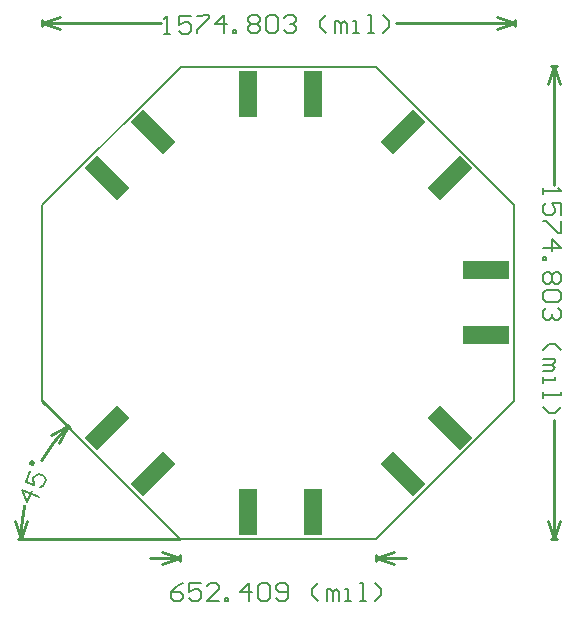
<source format=gbp>
G04 Layer_Color=128*
%FSLAX44Y44*%
%MOMM*%
G71*
G01*
G75*
G04:AMPARAMS|DCode=13|XSize=3.95mm|YSize=1.5mm|CornerRadius=0mm|HoleSize=0mm|Usage=FLASHONLY|Rotation=315.000|XOffset=0mm|YOffset=0mm|HoleType=Round|Shape=Rectangle|*
%AMROTATEDRECTD13*
4,1,4,-1.9269,0.8662,-0.8662,1.9269,1.9269,-0.8662,0.8662,-1.9269,-1.9269,0.8662,0.0*
%
%ADD13ROTATEDRECTD13*%

%ADD15R,1.5000X3.9500*%
G04:AMPARAMS|DCode=17|XSize=3.95mm|YSize=1.5mm|CornerRadius=0mm|HoleSize=0mm|Usage=FLASHONLY|Rotation=225.000|XOffset=0mm|YOffset=0mm|HoleType=Round|Shape=Rectangle|*
%AMROTATEDRECTD17*
4,1,4,0.8662,1.9269,1.9269,0.8662,-0.8662,-1.9269,-1.9269,-0.8662,0.8662,1.9269,0.0*
%
%ADD17ROTATEDRECTD17*%

%ADD22R,3.9500X1.5000*%
%ADD28C,0.2540*%
%ADD29C,0.1270*%
%ADD30C,0.1524*%
D13*
X1254940Y905780D02*
D03*
X1294114Y944954D02*
D03*
X1545155Y694166D02*
D03*
X1505982Y654993D02*
D03*
D15*
X1374380Y977114D02*
D03*
X1429780D02*
D03*
Y622578D02*
D03*
X1374380D02*
D03*
D17*
X1505982Y944954D02*
D03*
X1545155Y905780D02*
D03*
X1294368Y654738D02*
D03*
X1255194Y693912D02*
D03*
D22*
X1576300Y827700D02*
D03*
Y772300D02*
D03*
D28*
X1185307Y627934D02*
G03*
X1182381Y599940I131885J-27934D01*
G01*
X1221866Y695326D02*
G03*
X1199881Y666424I95326J-95326D01*
G01*
X1179841Y599939D02*
X1317192Y600000D01*
X1200000Y717192D02*
X1223662Y693530D01*
X1182381Y599940D02*
X1187454Y615182D01*
X1177294Y615177D02*
X1182381Y599940D01*
X1207498Y688142D02*
X1221866Y695326D01*
X1214682Y680957D02*
X1221866Y695326D01*
X1600267Y1039726D02*
X1600269Y1034646D01*
X1200267Y1039582D02*
X1200269Y1034502D01*
X1585030Y1032101D02*
X1600268Y1037186D01*
X1585026Y1042261D02*
X1600268Y1037186D01*
X1200268Y1037042D02*
X1215510Y1031968D01*
X1200268Y1037042D02*
X1215506Y1042128D01*
X1499551Y1037150D02*
X1600268Y1037186D01*
X1200268Y1037042D02*
X1300985Y1037079D01*
X1482829Y581152D02*
Y586232D01*
X1317117Y581152D02*
Y586232D01*
X1482829Y583692D02*
X1498069Y578612D01*
X1482829Y583692D02*
X1498069Y588772D01*
X1301877Y578612D02*
X1317117Y583692D01*
X1301877Y588772D02*
X1317117Y583692D01*
X1482829D02*
X1508229D01*
X1291717D02*
X1317117D01*
X1630940Y600125D02*
X1636020Y600125D01*
X1630934Y1000125D02*
X1636014Y1000125D01*
X1628400Y615365D02*
X1633480Y600125D01*
X1638560Y615365D01*
X1628394Y984885D02*
X1633474Y1000125D01*
X1638554Y984885D01*
X1633479Y700842D02*
X1633480Y600125D01*
X1633474Y1000125D02*
X1633475Y899408D01*
D29*
X1200000Y717192D02*
Y882754D01*
X1317246Y1000000D01*
X1482898D01*
X1600000Y882898D01*
Y717096D02*
Y882898D01*
X1482904Y600000D02*
X1600000Y717096D01*
X1317192Y600000D02*
X1482904D01*
X1200000Y717192D02*
X1317192Y600000D01*
D30*
X1197300Y635613D02*
X1183223Y641440D01*
X1187348Y631488D01*
X1191232Y640872D01*
X1190021Y657863D02*
X1186136Y648478D01*
X1193175Y645565D01*
X1192771Y651228D01*
X1193742Y653574D01*
X1197059Y654949D01*
X1201752Y653007D01*
X1203127Y649689D01*
X1201184Y644997D01*
X1197867Y643622D01*
X1191959Y662557D02*
X1189613Y663528D01*
X1190584Y665874D01*
X1192930Y664903D01*
X1191959Y662557D01*
X1303528Y1027938D02*
X1308606Y1027940D01*
X1306067Y1027939D01*
X1306062Y1043174D01*
X1303523Y1040634D01*
X1326375Y1043181D02*
X1316218Y1043178D01*
X1316221Y1035560D01*
X1321299Y1038101D01*
X1323838Y1038102D01*
X1326378Y1035564D01*
X1326380Y1030485D01*
X1323841Y1027945D01*
X1318763Y1027943D01*
X1316223Y1030482D01*
X1331454Y1043183D02*
X1341610Y1043187D01*
X1341611Y1040648D01*
X1331458Y1030487D01*
X1331459Y1027948D01*
X1354312Y1027956D02*
X1354306Y1043191D01*
X1346691Y1035571D01*
X1356848Y1035575D01*
X1361929Y1027959D02*
X1361928Y1030498D01*
X1364467Y1030499D01*
X1364468Y1027960D01*
X1361929Y1027959D01*
X1374620Y1040659D02*
X1377159Y1043200D01*
X1382237Y1043201D01*
X1384777Y1040663D01*
X1384778Y1038124D01*
X1382240Y1035584D01*
X1384780Y1033046D01*
X1384781Y1030506D01*
X1382242Y1027966D01*
X1377164Y1027964D01*
X1374624Y1030503D01*
X1374623Y1033042D01*
X1377161Y1035582D01*
X1374621Y1038120D01*
X1374620Y1040659D01*
X1377161Y1035582D02*
X1382240Y1035584D01*
X1389855Y1040665D02*
X1392394Y1043205D01*
X1397472Y1043207D01*
X1400012Y1040669D01*
X1400016Y1030512D01*
X1397478Y1027972D01*
X1392399Y1027970D01*
X1389859Y1030508D01*
X1389855Y1040665D01*
X1405091Y1040670D02*
X1407629Y1043211D01*
X1412707Y1043212D01*
X1415247Y1040674D01*
X1415248Y1038135D01*
X1412710Y1035595D01*
X1410171Y1035594D01*
X1412710Y1035595D01*
X1415250Y1033057D01*
X1415251Y1030517D01*
X1412713Y1027977D01*
X1407634Y1027975D01*
X1405094Y1030514D01*
X1440644Y1027987D02*
X1435563Y1033064D01*
X1435562Y1038142D01*
X1440638Y1043222D01*
X1448261Y1027990D02*
X1448257Y1038147D01*
X1450797Y1038148D01*
X1453337Y1035610D01*
X1453340Y1027992D01*
X1453337Y1035610D01*
X1455875Y1038150D01*
X1458415Y1035611D01*
X1458418Y1027994D01*
X1463496Y1027996D02*
X1468575Y1027997D01*
X1466035Y1027997D01*
X1466032Y1038153D01*
X1463493Y1038152D01*
X1476192Y1028000D02*
X1481270Y1028002D01*
X1478731Y1028001D01*
X1478726Y1043236D01*
X1476187Y1043235D01*
X1488888Y1028005D02*
X1493965Y1033085D01*
X1493963Y1038163D01*
X1488882Y1043240D01*
X1319734Y562361D02*
X1314656Y559822D01*
X1309578Y554743D01*
Y549665D01*
X1312117Y547126D01*
X1317195D01*
X1319734Y549665D01*
Y552204D01*
X1317195Y554743D01*
X1309578D01*
X1334970Y562361D02*
X1324813D01*
Y554743D01*
X1329891Y557283D01*
X1332430D01*
X1334970Y554743D01*
Y549665D01*
X1332430Y547126D01*
X1327352D01*
X1324813Y549665D01*
X1350205Y547126D02*
X1340048D01*
X1350205Y557283D01*
Y559822D01*
X1347666Y562361D01*
X1342587D01*
X1340048Y559822D01*
X1355283Y547126D02*
Y549665D01*
X1357822D01*
Y547126D01*
X1355283D01*
X1375596D02*
Y562361D01*
X1367979Y554743D01*
X1378136D01*
X1383214Y559822D02*
X1385753Y562361D01*
X1390831D01*
X1393371Y559822D01*
Y549665D01*
X1390831Y547126D01*
X1385753D01*
X1383214Y549665D01*
Y559822D01*
X1398449Y549665D02*
X1400988Y547126D01*
X1406067D01*
X1408606Y549665D01*
Y559822D01*
X1406067Y562361D01*
X1400988D01*
X1398449Y559822D01*
Y557283D01*
X1400988Y554743D01*
X1408606D01*
X1433997Y547126D02*
X1428919Y552204D01*
Y557283D01*
X1433997Y562361D01*
X1441615Y547126D02*
Y557283D01*
X1444154D01*
X1446693Y554743D01*
Y547126D01*
Y554743D01*
X1449233Y557283D01*
X1451772Y554743D01*
Y547126D01*
X1456850D02*
X1461929D01*
X1459389D01*
Y557283D01*
X1456850D01*
X1469546Y547126D02*
X1474624D01*
X1472085D01*
Y562361D01*
X1469546D01*
X1482242Y547126D02*
X1487320Y552204D01*
Y557283D01*
X1482242Y562361D01*
X1624334Y896868D02*
X1624334Y891790D01*
X1624334Y894329D01*
X1639569Y894329D01*
X1637030Y896868D01*
X1639569Y874016D02*
X1639569Y884172D01*
X1631952Y884172D01*
X1634491Y879094D01*
X1634491Y876555D01*
X1631952Y874016D01*
X1626873Y874016D01*
X1624334Y876555D01*
X1624334Y881633D01*
X1626873Y884172D01*
X1639570Y868937D02*
X1639570Y858781D01*
X1637030Y858781D01*
X1626874Y868937D01*
X1624334Y868937D01*
X1624335Y846085D02*
X1639570Y846085D01*
X1631952Y853702D01*
X1631952Y843545D01*
X1624335Y838467D02*
X1626874Y838467D01*
X1626874Y835928D01*
X1624335Y835928D01*
X1624335Y838467D01*
X1637031Y825771D02*
X1639570Y823232D01*
X1639570Y818154D01*
X1637031Y815614D01*
X1634492Y815614D01*
X1631953Y818154D01*
X1629414Y815614D01*
X1626874Y815614D01*
X1624335Y818154D01*
X1624335Y823232D01*
X1626874Y825771D01*
X1629413Y825771D01*
X1631953Y823232D01*
X1634492Y825771D01*
X1637031Y825771D01*
X1631953Y823232D02*
X1631953Y818154D01*
X1637031Y810536D02*
X1639570Y807997D01*
X1639570Y802919D01*
X1637031Y800379D01*
X1626875Y800379D01*
X1624335Y802918D01*
X1624335Y807997D01*
X1626875Y810536D01*
X1637031Y810536D01*
X1637031Y795301D02*
X1639571Y792762D01*
X1639571Y787684D01*
X1637032Y785144D01*
X1634492Y785144D01*
X1631953Y787683D01*
X1631953Y790223D01*
X1631953Y787683D01*
X1629414Y785144D01*
X1626875Y785144D01*
X1624336Y787683D01*
X1624336Y792762D01*
X1626875Y795301D01*
X1624336Y759752D02*
X1629414Y764831D01*
X1634493Y764831D01*
X1639571Y759753D01*
X1624336Y752135D02*
X1634493Y752135D01*
X1634493Y749596D01*
X1631954Y747057D01*
X1624336Y747057D01*
X1631954Y747057D01*
X1634493Y744518D01*
X1631954Y741978D01*
X1624336Y741978D01*
X1624336Y736900D02*
X1624337Y731822D01*
X1624337Y734361D01*
X1634493Y734361D01*
X1634493Y736900D01*
X1624337Y724204D02*
X1624337Y719126D01*
X1624337Y721665D01*
X1639572Y721665D01*
X1639572Y724204D01*
X1624337Y711508D02*
X1629415Y706430D01*
X1634494Y706430D01*
X1639572Y711508D01*
M02*

</source>
